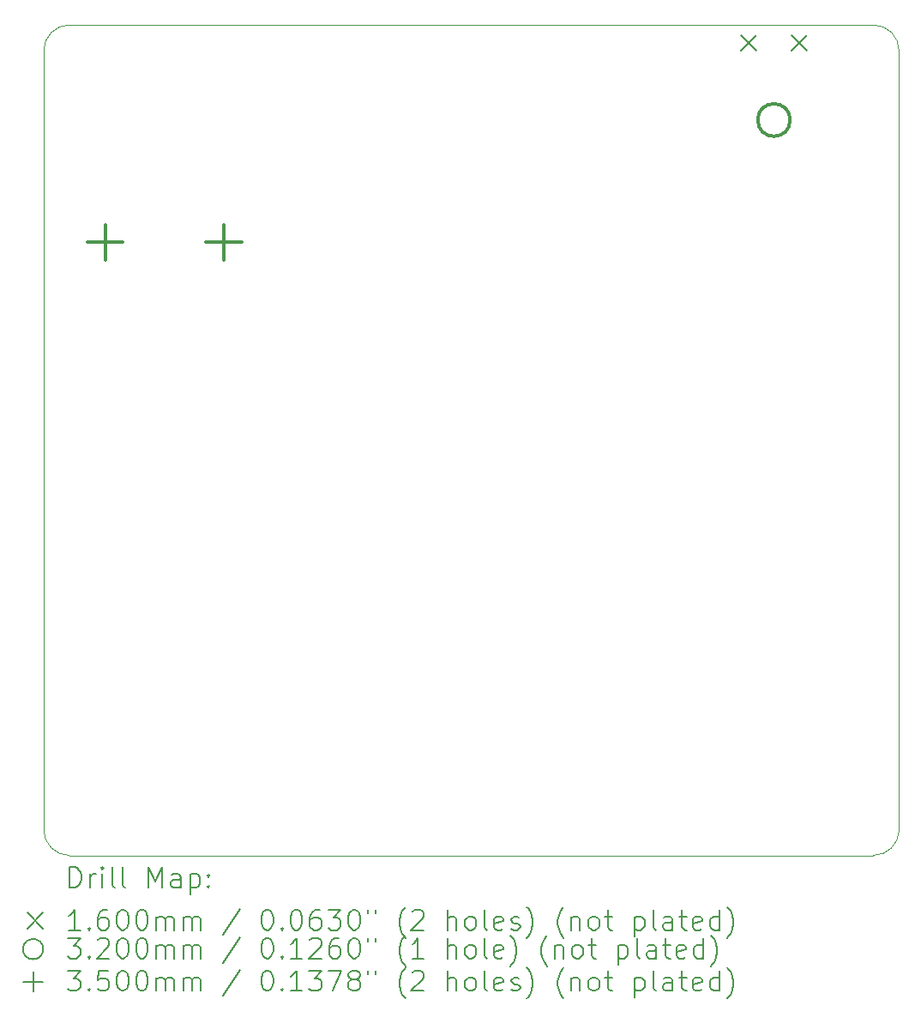
<source format=gbr>
%TF.GenerationSoftware,KiCad,Pcbnew,7.0.7-7.0.7~ubuntu22.04.1*%
%TF.CreationDate,2023-10-02T11:26:35+02:00*%
%TF.ProjectId,interrupter,696e7465-7272-4757-9074-65722e6b6963,rev?*%
%TF.SameCoordinates,Original*%
%TF.FileFunction,Drillmap*%
%TF.FilePolarity,Positive*%
%FSLAX45Y45*%
G04 Gerber Fmt 4.5, Leading zero omitted, Abs format (unit mm)*
G04 Created by KiCad (PCBNEW 7.0.7-7.0.7~ubuntu22.04.1) date 2023-10-02 11:26:35*
%MOMM*%
%LPD*%
G01*
G04 APERTURE LIST*
%ADD10C,0.100000*%
%ADD11C,0.200000*%
%ADD12C,0.160000*%
%ADD13C,0.320000*%
%ADD14C,0.350000*%
G04 APERTURE END LIST*
D10*
X10604500Y-2794000D02*
G75*
G03*
X10350500Y-2540000I-254000J0D01*
G01*
X2413000Y-2540000D02*
G75*
G03*
X2159000Y-2794000I0J-254000D01*
G01*
X2159000Y-10477500D02*
G75*
G03*
X2413000Y-10731500I254000J0D01*
G01*
X2159000Y-2794000D02*
X2159000Y-10477500D01*
X2413000Y-2540000D02*
X10350500Y-2540000D01*
X10604500Y-10486000D02*
X10604500Y-2794000D01*
X10350500Y-10731642D02*
G75*
G03*
X10604500Y-10486000I0J254142D01*
G01*
X10350500Y-10731642D02*
X2413000Y-10731500D01*
D11*
D12*
X9038600Y-2637800D02*
X9198600Y-2797800D01*
X9198600Y-2637800D02*
X9038600Y-2797800D01*
X9538600Y-2637800D02*
X9698600Y-2797800D01*
X9698600Y-2637800D02*
X9538600Y-2797800D01*
D13*
X9528600Y-3477800D02*
G75*
G03*
X9528600Y-3477800I-160000J0D01*
G01*
D14*
X2765000Y-4509000D02*
X2765000Y-4859000D01*
X2590000Y-4684000D02*
X2940000Y-4684000D01*
X3937000Y-4509000D02*
X3937000Y-4859000D01*
X3762000Y-4684000D02*
X4112000Y-4684000D01*
D11*
X2414777Y-11048126D02*
X2414777Y-10848126D01*
X2414777Y-10848126D02*
X2462396Y-10848126D01*
X2462396Y-10848126D02*
X2490967Y-10857650D01*
X2490967Y-10857650D02*
X2510015Y-10876697D01*
X2510015Y-10876697D02*
X2519539Y-10895745D01*
X2519539Y-10895745D02*
X2529063Y-10933840D01*
X2529063Y-10933840D02*
X2529063Y-10962412D01*
X2529063Y-10962412D02*
X2519539Y-11000507D01*
X2519539Y-11000507D02*
X2510015Y-11019554D01*
X2510015Y-11019554D02*
X2490967Y-11038602D01*
X2490967Y-11038602D02*
X2462396Y-11048126D01*
X2462396Y-11048126D02*
X2414777Y-11048126D01*
X2614777Y-11048126D02*
X2614777Y-10914793D01*
X2614777Y-10952888D02*
X2624301Y-10933840D01*
X2624301Y-10933840D02*
X2633824Y-10924316D01*
X2633824Y-10924316D02*
X2652872Y-10914793D01*
X2652872Y-10914793D02*
X2671920Y-10914793D01*
X2738586Y-11048126D02*
X2738586Y-10914793D01*
X2738586Y-10848126D02*
X2729063Y-10857650D01*
X2729063Y-10857650D02*
X2738586Y-10867174D01*
X2738586Y-10867174D02*
X2748110Y-10857650D01*
X2748110Y-10857650D02*
X2738586Y-10848126D01*
X2738586Y-10848126D02*
X2738586Y-10867174D01*
X2862396Y-11048126D02*
X2843348Y-11038602D01*
X2843348Y-11038602D02*
X2833824Y-11019554D01*
X2833824Y-11019554D02*
X2833824Y-10848126D01*
X2967158Y-11048126D02*
X2948110Y-11038602D01*
X2948110Y-11038602D02*
X2938586Y-11019554D01*
X2938586Y-11019554D02*
X2938586Y-10848126D01*
X3195729Y-11048126D02*
X3195729Y-10848126D01*
X3195729Y-10848126D02*
X3262396Y-10990983D01*
X3262396Y-10990983D02*
X3329062Y-10848126D01*
X3329062Y-10848126D02*
X3329062Y-11048126D01*
X3510015Y-11048126D02*
X3510015Y-10943364D01*
X3510015Y-10943364D02*
X3500491Y-10924316D01*
X3500491Y-10924316D02*
X3481443Y-10914793D01*
X3481443Y-10914793D02*
X3443348Y-10914793D01*
X3443348Y-10914793D02*
X3424301Y-10924316D01*
X3510015Y-11038602D02*
X3490967Y-11048126D01*
X3490967Y-11048126D02*
X3443348Y-11048126D01*
X3443348Y-11048126D02*
X3424301Y-11038602D01*
X3424301Y-11038602D02*
X3414777Y-11019554D01*
X3414777Y-11019554D02*
X3414777Y-11000507D01*
X3414777Y-11000507D02*
X3424301Y-10981459D01*
X3424301Y-10981459D02*
X3443348Y-10971935D01*
X3443348Y-10971935D02*
X3490967Y-10971935D01*
X3490967Y-10971935D02*
X3510015Y-10962412D01*
X3605253Y-10914793D02*
X3605253Y-11114793D01*
X3605253Y-10924316D02*
X3624301Y-10914793D01*
X3624301Y-10914793D02*
X3662396Y-10914793D01*
X3662396Y-10914793D02*
X3681443Y-10924316D01*
X3681443Y-10924316D02*
X3690967Y-10933840D01*
X3690967Y-10933840D02*
X3700491Y-10952888D01*
X3700491Y-10952888D02*
X3700491Y-11010031D01*
X3700491Y-11010031D02*
X3690967Y-11029078D01*
X3690967Y-11029078D02*
X3681443Y-11038602D01*
X3681443Y-11038602D02*
X3662396Y-11048126D01*
X3662396Y-11048126D02*
X3624301Y-11048126D01*
X3624301Y-11048126D02*
X3605253Y-11038602D01*
X3786205Y-11029078D02*
X3795729Y-11038602D01*
X3795729Y-11038602D02*
X3786205Y-11048126D01*
X3786205Y-11048126D02*
X3776682Y-11038602D01*
X3776682Y-11038602D02*
X3786205Y-11029078D01*
X3786205Y-11029078D02*
X3786205Y-11048126D01*
X3786205Y-10924316D02*
X3795729Y-10933840D01*
X3795729Y-10933840D02*
X3786205Y-10943364D01*
X3786205Y-10943364D02*
X3776682Y-10933840D01*
X3776682Y-10933840D02*
X3786205Y-10924316D01*
X3786205Y-10924316D02*
X3786205Y-10943364D01*
D12*
X1994000Y-11296642D02*
X2154000Y-11456642D01*
X2154000Y-11296642D02*
X1994000Y-11456642D01*
D11*
X2519539Y-11468126D02*
X2405253Y-11468126D01*
X2462396Y-11468126D02*
X2462396Y-11268126D01*
X2462396Y-11268126D02*
X2443348Y-11296697D01*
X2443348Y-11296697D02*
X2424301Y-11315745D01*
X2424301Y-11315745D02*
X2405253Y-11325269D01*
X2605253Y-11449078D02*
X2614777Y-11458602D01*
X2614777Y-11458602D02*
X2605253Y-11468126D01*
X2605253Y-11468126D02*
X2595729Y-11458602D01*
X2595729Y-11458602D02*
X2605253Y-11449078D01*
X2605253Y-11449078D02*
X2605253Y-11468126D01*
X2786205Y-11268126D02*
X2748110Y-11268126D01*
X2748110Y-11268126D02*
X2729063Y-11277650D01*
X2729063Y-11277650D02*
X2719539Y-11287173D01*
X2719539Y-11287173D02*
X2700491Y-11315745D01*
X2700491Y-11315745D02*
X2690967Y-11353840D01*
X2690967Y-11353840D02*
X2690967Y-11430031D01*
X2690967Y-11430031D02*
X2700491Y-11449078D01*
X2700491Y-11449078D02*
X2710015Y-11458602D01*
X2710015Y-11458602D02*
X2729063Y-11468126D01*
X2729063Y-11468126D02*
X2767158Y-11468126D01*
X2767158Y-11468126D02*
X2786205Y-11458602D01*
X2786205Y-11458602D02*
X2795729Y-11449078D01*
X2795729Y-11449078D02*
X2805253Y-11430031D01*
X2805253Y-11430031D02*
X2805253Y-11382412D01*
X2805253Y-11382412D02*
X2795729Y-11363364D01*
X2795729Y-11363364D02*
X2786205Y-11353840D01*
X2786205Y-11353840D02*
X2767158Y-11344316D01*
X2767158Y-11344316D02*
X2729063Y-11344316D01*
X2729063Y-11344316D02*
X2710015Y-11353840D01*
X2710015Y-11353840D02*
X2700491Y-11363364D01*
X2700491Y-11363364D02*
X2690967Y-11382412D01*
X2929062Y-11268126D02*
X2948110Y-11268126D01*
X2948110Y-11268126D02*
X2967158Y-11277650D01*
X2967158Y-11277650D02*
X2976682Y-11287173D01*
X2976682Y-11287173D02*
X2986205Y-11306221D01*
X2986205Y-11306221D02*
X2995729Y-11344316D01*
X2995729Y-11344316D02*
X2995729Y-11391935D01*
X2995729Y-11391935D02*
X2986205Y-11430031D01*
X2986205Y-11430031D02*
X2976682Y-11449078D01*
X2976682Y-11449078D02*
X2967158Y-11458602D01*
X2967158Y-11458602D02*
X2948110Y-11468126D01*
X2948110Y-11468126D02*
X2929062Y-11468126D01*
X2929062Y-11468126D02*
X2910015Y-11458602D01*
X2910015Y-11458602D02*
X2900491Y-11449078D01*
X2900491Y-11449078D02*
X2890967Y-11430031D01*
X2890967Y-11430031D02*
X2881443Y-11391935D01*
X2881443Y-11391935D02*
X2881443Y-11344316D01*
X2881443Y-11344316D02*
X2890967Y-11306221D01*
X2890967Y-11306221D02*
X2900491Y-11287173D01*
X2900491Y-11287173D02*
X2910015Y-11277650D01*
X2910015Y-11277650D02*
X2929062Y-11268126D01*
X3119539Y-11268126D02*
X3138586Y-11268126D01*
X3138586Y-11268126D02*
X3157634Y-11277650D01*
X3157634Y-11277650D02*
X3167158Y-11287173D01*
X3167158Y-11287173D02*
X3176682Y-11306221D01*
X3176682Y-11306221D02*
X3186205Y-11344316D01*
X3186205Y-11344316D02*
X3186205Y-11391935D01*
X3186205Y-11391935D02*
X3176682Y-11430031D01*
X3176682Y-11430031D02*
X3167158Y-11449078D01*
X3167158Y-11449078D02*
X3157634Y-11458602D01*
X3157634Y-11458602D02*
X3138586Y-11468126D01*
X3138586Y-11468126D02*
X3119539Y-11468126D01*
X3119539Y-11468126D02*
X3100491Y-11458602D01*
X3100491Y-11458602D02*
X3090967Y-11449078D01*
X3090967Y-11449078D02*
X3081443Y-11430031D01*
X3081443Y-11430031D02*
X3071920Y-11391935D01*
X3071920Y-11391935D02*
X3071920Y-11344316D01*
X3071920Y-11344316D02*
X3081443Y-11306221D01*
X3081443Y-11306221D02*
X3090967Y-11287173D01*
X3090967Y-11287173D02*
X3100491Y-11277650D01*
X3100491Y-11277650D02*
X3119539Y-11268126D01*
X3271920Y-11468126D02*
X3271920Y-11334792D01*
X3271920Y-11353840D02*
X3281443Y-11344316D01*
X3281443Y-11344316D02*
X3300491Y-11334792D01*
X3300491Y-11334792D02*
X3329063Y-11334792D01*
X3329063Y-11334792D02*
X3348110Y-11344316D01*
X3348110Y-11344316D02*
X3357634Y-11363364D01*
X3357634Y-11363364D02*
X3357634Y-11468126D01*
X3357634Y-11363364D02*
X3367158Y-11344316D01*
X3367158Y-11344316D02*
X3386205Y-11334792D01*
X3386205Y-11334792D02*
X3414777Y-11334792D01*
X3414777Y-11334792D02*
X3433824Y-11344316D01*
X3433824Y-11344316D02*
X3443348Y-11363364D01*
X3443348Y-11363364D02*
X3443348Y-11468126D01*
X3538586Y-11468126D02*
X3538586Y-11334792D01*
X3538586Y-11353840D02*
X3548110Y-11344316D01*
X3548110Y-11344316D02*
X3567158Y-11334792D01*
X3567158Y-11334792D02*
X3595729Y-11334792D01*
X3595729Y-11334792D02*
X3614777Y-11344316D01*
X3614777Y-11344316D02*
X3624301Y-11363364D01*
X3624301Y-11363364D02*
X3624301Y-11468126D01*
X3624301Y-11363364D02*
X3633824Y-11344316D01*
X3633824Y-11344316D02*
X3652872Y-11334792D01*
X3652872Y-11334792D02*
X3681443Y-11334792D01*
X3681443Y-11334792D02*
X3700491Y-11344316D01*
X3700491Y-11344316D02*
X3710015Y-11363364D01*
X3710015Y-11363364D02*
X3710015Y-11468126D01*
X4100491Y-11258602D02*
X3929063Y-11515745D01*
X4357634Y-11268126D02*
X4376682Y-11268126D01*
X4376682Y-11268126D02*
X4395729Y-11277650D01*
X4395729Y-11277650D02*
X4405253Y-11287173D01*
X4405253Y-11287173D02*
X4414777Y-11306221D01*
X4414777Y-11306221D02*
X4424301Y-11344316D01*
X4424301Y-11344316D02*
X4424301Y-11391935D01*
X4424301Y-11391935D02*
X4414777Y-11430031D01*
X4414777Y-11430031D02*
X4405253Y-11449078D01*
X4405253Y-11449078D02*
X4395729Y-11458602D01*
X4395729Y-11458602D02*
X4376682Y-11468126D01*
X4376682Y-11468126D02*
X4357634Y-11468126D01*
X4357634Y-11468126D02*
X4338587Y-11458602D01*
X4338587Y-11458602D02*
X4329063Y-11449078D01*
X4329063Y-11449078D02*
X4319539Y-11430031D01*
X4319539Y-11430031D02*
X4310015Y-11391935D01*
X4310015Y-11391935D02*
X4310015Y-11344316D01*
X4310015Y-11344316D02*
X4319539Y-11306221D01*
X4319539Y-11306221D02*
X4329063Y-11287173D01*
X4329063Y-11287173D02*
X4338587Y-11277650D01*
X4338587Y-11277650D02*
X4357634Y-11268126D01*
X4510015Y-11449078D02*
X4519539Y-11458602D01*
X4519539Y-11458602D02*
X4510015Y-11468126D01*
X4510015Y-11468126D02*
X4500491Y-11458602D01*
X4500491Y-11458602D02*
X4510015Y-11449078D01*
X4510015Y-11449078D02*
X4510015Y-11468126D01*
X4643348Y-11268126D02*
X4662396Y-11268126D01*
X4662396Y-11268126D02*
X4681444Y-11277650D01*
X4681444Y-11277650D02*
X4690968Y-11287173D01*
X4690968Y-11287173D02*
X4700491Y-11306221D01*
X4700491Y-11306221D02*
X4710015Y-11344316D01*
X4710015Y-11344316D02*
X4710015Y-11391935D01*
X4710015Y-11391935D02*
X4700491Y-11430031D01*
X4700491Y-11430031D02*
X4690968Y-11449078D01*
X4690968Y-11449078D02*
X4681444Y-11458602D01*
X4681444Y-11458602D02*
X4662396Y-11468126D01*
X4662396Y-11468126D02*
X4643348Y-11468126D01*
X4643348Y-11468126D02*
X4624301Y-11458602D01*
X4624301Y-11458602D02*
X4614777Y-11449078D01*
X4614777Y-11449078D02*
X4605253Y-11430031D01*
X4605253Y-11430031D02*
X4595729Y-11391935D01*
X4595729Y-11391935D02*
X4595729Y-11344316D01*
X4595729Y-11344316D02*
X4605253Y-11306221D01*
X4605253Y-11306221D02*
X4614777Y-11287173D01*
X4614777Y-11287173D02*
X4624301Y-11277650D01*
X4624301Y-11277650D02*
X4643348Y-11268126D01*
X4881444Y-11268126D02*
X4843348Y-11268126D01*
X4843348Y-11268126D02*
X4824301Y-11277650D01*
X4824301Y-11277650D02*
X4814777Y-11287173D01*
X4814777Y-11287173D02*
X4795729Y-11315745D01*
X4795729Y-11315745D02*
X4786206Y-11353840D01*
X4786206Y-11353840D02*
X4786206Y-11430031D01*
X4786206Y-11430031D02*
X4795729Y-11449078D01*
X4795729Y-11449078D02*
X4805253Y-11458602D01*
X4805253Y-11458602D02*
X4824301Y-11468126D01*
X4824301Y-11468126D02*
X4862396Y-11468126D01*
X4862396Y-11468126D02*
X4881444Y-11458602D01*
X4881444Y-11458602D02*
X4890968Y-11449078D01*
X4890968Y-11449078D02*
X4900491Y-11430031D01*
X4900491Y-11430031D02*
X4900491Y-11382412D01*
X4900491Y-11382412D02*
X4890968Y-11363364D01*
X4890968Y-11363364D02*
X4881444Y-11353840D01*
X4881444Y-11353840D02*
X4862396Y-11344316D01*
X4862396Y-11344316D02*
X4824301Y-11344316D01*
X4824301Y-11344316D02*
X4805253Y-11353840D01*
X4805253Y-11353840D02*
X4795729Y-11363364D01*
X4795729Y-11363364D02*
X4786206Y-11382412D01*
X4967158Y-11268126D02*
X5090968Y-11268126D01*
X5090968Y-11268126D02*
X5024301Y-11344316D01*
X5024301Y-11344316D02*
X5052872Y-11344316D01*
X5052872Y-11344316D02*
X5071920Y-11353840D01*
X5071920Y-11353840D02*
X5081444Y-11363364D01*
X5081444Y-11363364D02*
X5090968Y-11382412D01*
X5090968Y-11382412D02*
X5090968Y-11430031D01*
X5090968Y-11430031D02*
X5081444Y-11449078D01*
X5081444Y-11449078D02*
X5071920Y-11458602D01*
X5071920Y-11458602D02*
X5052872Y-11468126D01*
X5052872Y-11468126D02*
X4995729Y-11468126D01*
X4995729Y-11468126D02*
X4976682Y-11458602D01*
X4976682Y-11458602D02*
X4967158Y-11449078D01*
X5214777Y-11268126D02*
X5233825Y-11268126D01*
X5233825Y-11268126D02*
X5252872Y-11277650D01*
X5252872Y-11277650D02*
X5262396Y-11287173D01*
X5262396Y-11287173D02*
X5271920Y-11306221D01*
X5271920Y-11306221D02*
X5281444Y-11344316D01*
X5281444Y-11344316D02*
X5281444Y-11391935D01*
X5281444Y-11391935D02*
X5271920Y-11430031D01*
X5271920Y-11430031D02*
X5262396Y-11449078D01*
X5262396Y-11449078D02*
X5252872Y-11458602D01*
X5252872Y-11458602D02*
X5233825Y-11468126D01*
X5233825Y-11468126D02*
X5214777Y-11468126D01*
X5214777Y-11468126D02*
X5195729Y-11458602D01*
X5195729Y-11458602D02*
X5186206Y-11449078D01*
X5186206Y-11449078D02*
X5176682Y-11430031D01*
X5176682Y-11430031D02*
X5167158Y-11391935D01*
X5167158Y-11391935D02*
X5167158Y-11344316D01*
X5167158Y-11344316D02*
X5176682Y-11306221D01*
X5176682Y-11306221D02*
X5186206Y-11287173D01*
X5186206Y-11287173D02*
X5195729Y-11277650D01*
X5195729Y-11277650D02*
X5214777Y-11268126D01*
X5357634Y-11268126D02*
X5357634Y-11306221D01*
X5433825Y-11268126D02*
X5433825Y-11306221D01*
X5729063Y-11544316D02*
X5719539Y-11534792D01*
X5719539Y-11534792D02*
X5700491Y-11506221D01*
X5700491Y-11506221D02*
X5690968Y-11487173D01*
X5690968Y-11487173D02*
X5681444Y-11458602D01*
X5681444Y-11458602D02*
X5671920Y-11410983D01*
X5671920Y-11410983D02*
X5671920Y-11372888D01*
X5671920Y-11372888D02*
X5681444Y-11325269D01*
X5681444Y-11325269D02*
X5690968Y-11296697D01*
X5690968Y-11296697D02*
X5700491Y-11277650D01*
X5700491Y-11277650D02*
X5719539Y-11249078D01*
X5719539Y-11249078D02*
X5729063Y-11239554D01*
X5795729Y-11287173D02*
X5805253Y-11277650D01*
X5805253Y-11277650D02*
X5824301Y-11268126D01*
X5824301Y-11268126D02*
X5871920Y-11268126D01*
X5871920Y-11268126D02*
X5890968Y-11277650D01*
X5890968Y-11277650D02*
X5900491Y-11287173D01*
X5900491Y-11287173D02*
X5910015Y-11306221D01*
X5910015Y-11306221D02*
X5910015Y-11325269D01*
X5910015Y-11325269D02*
X5900491Y-11353840D01*
X5900491Y-11353840D02*
X5786206Y-11468126D01*
X5786206Y-11468126D02*
X5910015Y-11468126D01*
X6148110Y-11468126D02*
X6148110Y-11268126D01*
X6233825Y-11468126D02*
X6233825Y-11363364D01*
X6233825Y-11363364D02*
X6224301Y-11344316D01*
X6224301Y-11344316D02*
X6205253Y-11334792D01*
X6205253Y-11334792D02*
X6176682Y-11334792D01*
X6176682Y-11334792D02*
X6157634Y-11344316D01*
X6157634Y-11344316D02*
X6148110Y-11353840D01*
X6357634Y-11468126D02*
X6338587Y-11458602D01*
X6338587Y-11458602D02*
X6329063Y-11449078D01*
X6329063Y-11449078D02*
X6319539Y-11430031D01*
X6319539Y-11430031D02*
X6319539Y-11372888D01*
X6319539Y-11372888D02*
X6329063Y-11353840D01*
X6329063Y-11353840D02*
X6338587Y-11344316D01*
X6338587Y-11344316D02*
X6357634Y-11334792D01*
X6357634Y-11334792D02*
X6386206Y-11334792D01*
X6386206Y-11334792D02*
X6405253Y-11344316D01*
X6405253Y-11344316D02*
X6414777Y-11353840D01*
X6414777Y-11353840D02*
X6424301Y-11372888D01*
X6424301Y-11372888D02*
X6424301Y-11430031D01*
X6424301Y-11430031D02*
X6414777Y-11449078D01*
X6414777Y-11449078D02*
X6405253Y-11458602D01*
X6405253Y-11458602D02*
X6386206Y-11468126D01*
X6386206Y-11468126D02*
X6357634Y-11468126D01*
X6538587Y-11468126D02*
X6519539Y-11458602D01*
X6519539Y-11458602D02*
X6510015Y-11439554D01*
X6510015Y-11439554D02*
X6510015Y-11268126D01*
X6690968Y-11458602D02*
X6671920Y-11468126D01*
X6671920Y-11468126D02*
X6633825Y-11468126D01*
X6633825Y-11468126D02*
X6614777Y-11458602D01*
X6614777Y-11458602D02*
X6605253Y-11439554D01*
X6605253Y-11439554D02*
X6605253Y-11363364D01*
X6605253Y-11363364D02*
X6614777Y-11344316D01*
X6614777Y-11344316D02*
X6633825Y-11334792D01*
X6633825Y-11334792D02*
X6671920Y-11334792D01*
X6671920Y-11334792D02*
X6690968Y-11344316D01*
X6690968Y-11344316D02*
X6700491Y-11363364D01*
X6700491Y-11363364D02*
X6700491Y-11382412D01*
X6700491Y-11382412D02*
X6605253Y-11401459D01*
X6776682Y-11458602D02*
X6795730Y-11468126D01*
X6795730Y-11468126D02*
X6833825Y-11468126D01*
X6833825Y-11468126D02*
X6852872Y-11458602D01*
X6852872Y-11458602D02*
X6862396Y-11439554D01*
X6862396Y-11439554D02*
X6862396Y-11430031D01*
X6862396Y-11430031D02*
X6852872Y-11410983D01*
X6852872Y-11410983D02*
X6833825Y-11401459D01*
X6833825Y-11401459D02*
X6805253Y-11401459D01*
X6805253Y-11401459D02*
X6786206Y-11391935D01*
X6786206Y-11391935D02*
X6776682Y-11372888D01*
X6776682Y-11372888D02*
X6776682Y-11363364D01*
X6776682Y-11363364D02*
X6786206Y-11344316D01*
X6786206Y-11344316D02*
X6805253Y-11334792D01*
X6805253Y-11334792D02*
X6833825Y-11334792D01*
X6833825Y-11334792D02*
X6852872Y-11344316D01*
X6929063Y-11544316D02*
X6938587Y-11534792D01*
X6938587Y-11534792D02*
X6957634Y-11506221D01*
X6957634Y-11506221D02*
X6967158Y-11487173D01*
X6967158Y-11487173D02*
X6976682Y-11458602D01*
X6976682Y-11458602D02*
X6986206Y-11410983D01*
X6986206Y-11410983D02*
X6986206Y-11372888D01*
X6986206Y-11372888D02*
X6976682Y-11325269D01*
X6976682Y-11325269D02*
X6967158Y-11296697D01*
X6967158Y-11296697D02*
X6957634Y-11277650D01*
X6957634Y-11277650D02*
X6938587Y-11249078D01*
X6938587Y-11249078D02*
X6929063Y-11239554D01*
X7290968Y-11544316D02*
X7281444Y-11534792D01*
X7281444Y-11534792D02*
X7262396Y-11506221D01*
X7262396Y-11506221D02*
X7252872Y-11487173D01*
X7252872Y-11487173D02*
X7243349Y-11458602D01*
X7243349Y-11458602D02*
X7233825Y-11410983D01*
X7233825Y-11410983D02*
X7233825Y-11372888D01*
X7233825Y-11372888D02*
X7243349Y-11325269D01*
X7243349Y-11325269D02*
X7252872Y-11296697D01*
X7252872Y-11296697D02*
X7262396Y-11277650D01*
X7262396Y-11277650D02*
X7281444Y-11249078D01*
X7281444Y-11249078D02*
X7290968Y-11239554D01*
X7367158Y-11334792D02*
X7367158Y-11468126D01*
X7367158Y-11353840D02*
X7376682Y-11344316D01*
X7376682Y-11344316D02*
X7395730Y-11334792D01*
X7395730Y-11334792D02*
X7424301Y-11334792D01*
X7424301Y-11334792D02*
X7443349Y-11344316D01*
X7443349Y-11344316D02*
X7452872Y-11363364D01*
X7452872Y-11363364D02*
X7452872Y-11468126D01*
X7576682Y-11468126D02*
X7557634Y-11458602D01*
X7557634Y-11458602D02*
X7548111Y-11449078D01*
X7548111Y-11449078D02*
X7538587Y-11430031D01*
X7538587Y-11430031D02*
X7538587Y-11372888D01*
X7538587Y-11372888D02*
X7548111Y-11353840D01*
X7548111Y-11353840D02*
X7557634Y-11344316D01*
X7557634Y-11344316D02*
X7576682Y-11334792D01*
X7576682Y-11334792D02*
X7605253Y-11334792D01*
X7605253Y-11334792D02*
X7624301Y-11344316D01*
X7624301Y-11344316D02*
X7633825Y-11353840D01*
X7633825Y-11353840D02*
X7643349Y-11372888D01*
X7643349Y-11372888D02*
X7643349Y-11430031D01*
X7643349Y-11430031D02*
X7633825Y-11449078D01*
X7633825Y-11449078D02*
X7624301Y-11458602D01*
X7624301Y-11458602D02*
X7605253Y-11468126D01*
X7605253Y-11468126D02*
X7576682Y-11468126D01*
X7700492Y-11334792D02*
X7776682Y-11334792D01*
X7729063Y-11268126D02*
X7729063Y-11439554D01*
X7729063Y-11439554D02*
X7738587Y-11458602D01*
X7738587Y-11458602D02*
X7757634Y-11468126D01*
X7757634Y-11468126D02*
X7776682Y-11468126D01*
X7995730Y-11334792D02*
X7995730Y-11534792D01*
X7995730Y-11344316D02*
X8014777Y-11334792D01*
X8014777Y-11334792D02*
X8052873Y-11334792D01*
X8052873Y-11334792D02*
X8071920Y-11344316D01*
X8071920Y-11344316D02*
X8081444Y-11353840D01*
X8081444Y-11353840D02*
X8090968Y-11372888D01*
X8090968Y-11372888D02*
X8090968Y-11430031D01*
X8090968Y-11430031D02*
X8081444Y-11449078D01*
X8081444Y-11449078D02*
X8071920Y-11458602D01*
X8071920Y-11458602D02*
X8052873Y-11468126D01*
X8052873Y-11468126D02*
X8014777Y-11468126D01*
X8014777Y-11468126D02*
X7995730Y-11458602D01*
X8205253Y-11468126D02*
X8186206Y-11458602D01*
X8186206Y-11458602D02*
X8176682Y-11439554D01*
X8176682Y-11439554D02*
X8176682Y-11268126D01*
X8367158Y-11468126D02*
X8367158Y-11363364D01*
X8367158Y-11363364D02*
X8357634Y-11344316D01*
X8357634Y-11344316D02*
X8338587Y-11334792D01*
X8338587Y-11334792D02*
X8300492Y-11334792D01*
X8300492Y-11334792D02*
X8281444Y-11344316D01*
X8367158Y-11458602D02*
X8348111Y-11468126D01*
X8348111Y-11468126D02*
X8300492Y-11468126D01*
X8300492Y-11468126D02*
X8281444Y-11458602D01*
X8281444Y-11458602D02*
X8271920Y-11439554D01*
X8271920Y-11439554D02*
X8271920Y-11420507D01*
X8271920Y-11420507D02*
X8281444Y-11401459D01*
X8281444Y-11401459D02*
X8300492Y-11391935D01*
X8300492Y-11391935D02*
X8348111Y-11391935D01*
X8348111Y-11391935D02*
X8367158Y-11382412D01*
X8433825Y-11334792D02*
X8510015Y-11334792D01*
X8462396Y-11268126D02*
X8462396Y-11439554D01*
X8462396Y-11439554D02*
X8471920Y-11458602D01*
X8471920Y-11458602D02*
X8490968Y-11468126D01*
X8490968Y-11468126D02*
X8510015Y-11468126D01*
X8652873Y-11458602D02*
X8633825Y-11468126D01*
X8633825Y-11468126D02*
X8595730Y-11468126D01*
X8595730Y-11468126D02*
X8576682Y-11458602D01*
X8576682Y-11458602D02*
X8567158Y-11439554D01*
X8567158Y-11439554D02*
X8567158Y-11363364D01*
X8567158Y-11363364D02*
X8576682Y-11344316D01*
X8576682Y-11344316D02*
X8595730Y-11334792D01*
X8595730Y-11334792D02*
X8633825Y-11334792D01*
X8633825Y-11334792D02*
X8652873Y-11344316D01*
X8652873Y-11344316D02*
X8662396Y-11363364D01*
X8662396Y-11363364D02*
X8662396Y-11382412D01*
X8662396Y-11382412D02*
X8567158Y-11401459D01*
X8833825Y-11468126D02*
X8833825Y-11268126D01*
X8833825Y-11458602D02*
X8814777Y-11468126D01*
X8814777Y-11468126D02*
X8776682Y-11468126D01*
X8776682Y-11468126D02*
X8757635Y-11458602D01*
X8757635Y-11458602D02*
X8748111Y-11449078D01*
X8748111Y-11449078D02*
X8738587Y-11430031D01*
X8738587Y-11430031D02*
X8738587Y-11372888D01*
X8738587Y-11372888D02*
X8748111Y-11353840D01*
X8748111Y-11353840D02*
X8757635Y-11344316D01*
X8757635Y-11344316D02*
X8776682Y-11334792D01*
X8776682Y-11334792D02*
X8814777Y-11334792D01*
X8814777Y-11334792D02*
X8833825Y-11344316D01*
X8910016Y-11544316D02*
X8919539Y-11534792D01*
X8919539Y-11534792D02*
X8938587Y-11506221D01*
X8938587Y-11506221D02*
X8948111Y-11487173D01*
X8948111Y-11487173D02*
X8957635Y-11458602D01*
X8957635Y-11458602D02*
X8967158Y-11410983D01*
X8967158Y-11410983D02*
X8967158Y-11372888D01*
X8967158Y-11372888D02*
X8957635Y-11325269D01*
X8957635Y-11325269D02*
X8948111Y-11296697D01*
X8948111Y-11296697D02*
X8938587Y-11277650D01*
X8938587Y-11277650D02*
X8919539Y-11249078D01*
X8919539Y-11249078D02*
X8910016Y-11239554D01*
X2154000Y-11656642D02*
G75*
G03*
X2154000Y-11656642I-100000J0D01*
G01*
X2395729Y-11548126D02*
X2519539Y-11548126D01*
X2519539Y-11548126D02*
X2452872Y-11624316D01*
X2452872Y-11624316D02*
X2481444Y-11624316D01*
X2481444Y-11624316D02*
X2500491Y-11633840D01*
X2500491Y-11633840D02*
X2510015Y-11643364D01*
X2510015Y-11643364D02*
X2519539Y-11662412D01*
X2519539Y-11662412D02*
X2519539Y-11710031D01*
X2519539Y-11710031D02*
X2510015Y-11729078D01*
X2510015Y-11729078D02*
X2500491Y-11738602D01*
X2500491Y-11738602D02*
X2481444Y-11748126D01*
X2481444Y-11748126D02*
X2424301Y-11748126D01*
X2424301Y-11748126D02*
X2405253Y-11738602D01*
X2405253Y-11738602D02*
X2395729Y-11729078D01*
X2605253Y-11729078D02*
X2614777Y-11738602D01*
X2614777Y-11738602D02*
X2605253Y-11748126D01*
X2605253Y-11748126D02*
X2595729Y-11738602D01*
X2595729Y-11738602D02*
X2605253Y-11729078D01*
X2605253Y-11729078D02*
X2605253Y-11748126D01*
X2690967Y-11567173D02*
X2700491Y-11557650D01*
X2700491Y-11557650D02*
X2719539Y-11548126D01*
X2719539Y-11548126D02*
X2767158Y-11548126D01*
X2767158Y-11548126D02*
X2786205Y-11557650D01*
X2786205Y-11557650D02*
X2795729Y-11567173D01*
X2795729Y-11567173D02*
X2805253Y-11586221D01*
X2805253Y-11586221D02*
X2805253Y-11605269D01*
X2805253Y-11605269D02*
X2795729Y-11633840D01*
X2795729Y-11633840D02*
X2681444Y-11748126D01*
X2681444Y-11748126D02*
X2805253Y-11748126D01*
X2929062Y-11548126D02*
X2948110Y-11548126D01*
X2948110Y-11548126D02*
X2967158Y-11557650D01*
X2967158Y-11557650D02*
X2976682Y-11567173D01*
X2976682Y-11567173D02*
X2986205Y-11586221D01*
X2986205Y-11586221D02*
X2995729Y-11624316D01*
X2995729Y-11624316D02*
X2995729Y-11671935D01*
X2995729Y-11671935D02*
X2986205Y-11710031D01*
X2986205Y-11710031D02*
X2976682Y-11729078D01*
X2976682Y-11729078D02*
X2967158Y-11738602D01*
X2967158Y-11738602D02*
X2948110Y-11748126D01*
X2948110Y-11748126D02*
X2929062Y-11748126D01*
X2929062Y-11748126D02*
X2910015Y-11738602D01*
X2910015Y-11738602D02*
X2900491Y-11729078D01*
X2900491Y-11729078D02*
X2890967Y-11710031D01*
X2890967Y-11710031D02*
X2881443Y-11671935D01*
X2881443Y-11671935D02*
X2881443Y-11624316D01*
X2881443Y-11624316D02*
X2890967Y-11586221D01*
X2890967Y-11586221D02*
X2900491Y-11567173D01*
X2900491Y-11567173D02*
X2910015Y-11557650D01*
X2910015Y-11557650D02*
X2929062Y-11548126D01*
X3119539Y-11548126D02*
X3138586Y-11548126D01*
X3138586Y-11548126D02*
X3157634Y-11557650D01*
X3157634Y-11557650D02*
X3167158Y-11567173D01*
X3167158Y-11567173D02*
X3176682Y-11586221D01*
X3176682Y-11586221D02*
X3186205Y-11624316D01*
X3186205Y-11624316D02*
X3186205Y-11671935D01*
X3186205Y-11671935D02*
X3176682Y-11710031D01*
X3176682Y-11710031D02*
X3167158Y-11729078D01*
X3167158Y-11729078D02*
X3157634Y-11738602D01*
X3157634Y-11738602D02*
X3138586Y-11748126D01*
X3138586Y-11748126D02*
X3119539Y-11748126D01*
X3119539Y-11748126D02*
X3100491Y-11738602D01*
X3100491Y-11738602D02*
X3090967Y-11729078D01*
X3090967Y-11729078D02*
X3081443Y-11710031D01*
X3081443Y-11710031D02*
X3071920Y-11671935D01*
X3071920Y-11671935D02*
X3071920Y-11624316D01*
X3071920Y-11624316D02*
X3081443Y-11586221D01*
X3081443Y-11586221D02*
X3090967Y-11567173D01*
X3090967Y-11567173D02*
X3100491Y-11557650D01*
X3100491Y-11557650D02*
X3119539Y-11548126D01*
X3271920Y-11748126D02*
X3271920Y-11614792D01*
X3271920Y-11633840D02*
X3281443Y-11624316D01*
X3281443Y-11624316D02*
X3300491Y-11614792D01*
X3300491Y-11614792D02*
X3329063Y-11614792D01*
X3329063Y-11614792D02*
X3348110Y-11624316D01*
X3348110Y-11624316D02*
X3357634Y-11643364D01*
X3357634Y-11643364D02*
X3357634Y-11748126D01*
X3357634Y-11643364D02*
X3367158Y-11624316D01*
X3367158Y-11624316D02*
X3386205Y-11614792D01*
X3386205Y-11614792D02*
X3414777Y-11614792D01*
X3414777Y-11614792D02*
X3433824Y-11624316D01*
X3433824Y-11624316D02*
X3443348Y-11643364D01*
X3443348Y-11643364D02*
X3443348Y-11748126D01*
X3538586Y-11748126D02*
X3538586Y-11614792D01*
X3538586Y-11633840D02*
X3548110Y-11624316D01*
X3548110Y-11624316D02*
X3567158Y-11614792D01*
X3567158Y-11614792D02*
X3595729Y-11614792D01*
X3595729Y-11614792D02*
X3614777Y-11624316D01*
X3614777Y-11624316D02*
X3624301Y-11643364D01*
X3624301Y-11643364D02*
X3624301Y-11748126D01*
X3624301Y-11643364D02*
X3633824Y-11624316D01*
X3633824Y-11624316D02*
X3652872Y-11614792D01*
X3652872Y-11614792D02*
X3681443Y-11614792D01*
X3681443Y-11614792D02*
X3700491Y-11624316D01*
X3700491Y-11624316D02*
X3710015Y-11643364D01*
X3710015Y-11643364D02*
X3710015Y-11748126D01*
X4100491Y-11538602D02*
X3929063Y-11795745D01*
X4357634Y-11548126D02*
X4376682Y-11548126D01*
X4376682Y-11548126D02*
X4395729Y-11557650D01*
X4395729Y-11557650D02*
X4405253Y-11567173D01*
X4405253Y-11567173D02*
X4414777Y-11586221D01*
X4414777Y-11586221D02*
X4424301Y-11624316D01*
X4424301Y-11624316D02*
X4424301Y-11671935D01*
X4424301Y-11671935D02*
X4414777Y-11710031D01*
X4414777Y-11710031D02*
X4405253Y-11729078D01*
X4405253Y-11729078D02*
X4395729Y-11738602D01*
X4395729Y-11738602D02*
X4376682Y-11748126D01*
X4376682Y-11748126D02*
X4357634Y-11748126D01*
X4357634Y-11748126D02*
X4338587Y-11738602D01*
X4338587Y-11738602D02*
X4329063Y-11729078D01*
X4329063Y-11729078D02*
X4319539Y-11710031D01*
X4319539Y-11710031D02*
X4310015Y-11671935D01*
X4310015Y-11671935D02*
X4310015Y-11624316D01*
X4310015Y-11624316D02*
X4319539Y-11586221D01*
X4319539Y-11586221D02*
X4329063Y-11567173D01*
X4329063Y-11567173D02*
X4338587Y-11557650D01*
X4338587Y-11557650D02*
X4357634Y-11548126D01*
X4510015Y-11729078D02*
X4519539Y-11738602D01*
X4519539Y-11738602D02*
X4510015Y-11748126D01*
X4510015Y-11748126D02*
X4500491Y-11738602D01*
X4500491Y-11738602D02*
X4510015Y-11729078D01*
X4510015Y-11729078D02*
X4510015Y-11748126D01*
X4710015Y-11748126D02*
X4595729Y-11748126D01*
X4652872Y-11748126D02*
X4652872Y-11548126D01*
X4652872Y-11548126D02*
X4633825Y-11576697D01*
X4633825Y-11576697D02*
X4614777Y-11595745D01*
X4614777Y-11595745D02*
X4595729Y-11605269D01*
X4786206Y-11567173D02*
X4795729Y-11557650D01*
X4795729Y-11557650D02*
X4814777Y-11548126D01*
X4814777Y-11548126D02*
X4862396Y-11548126D01*
X4862396Y-11548126D02*
X4881444Y-11557650D01*
X4881444Y-11557650D02*
X4890968Y-11567173D01*
X4890968Y-11567173D02*
X4900491Y-11586221D01*
X4900491Y-11586221D02*
X4900491Y-11605269D01*
X4900491Y-11605269D02*
X4890968Y-11633840D01*
X4890968Y-11633840D02*
X4776682Y-11748126D01*
X4776682Y-11748126D02*
X4900491Y-11748126D01*
X5071920Y-11548126D02*
X5033825Y-11548126D01*
X5033825Y-11548126D02*
X5014777Y-11557650D01*
X5014777Y-11557650D02*
X5005253Y-11567173D01*
X5005253Y-11567173D02*
X4986206Y-11595745D01*
X4986206Y-11595745D02*
X4976682Y-11633840D01*
X4976682Y-11633840D02*
X4976682Y-11710031D01*
X4976682Y-11710031D02*
X4986206Y-11729078D01*
X4986206Y-11729078D02*
X4995729Y-11738602D01*
X4995729Y-11738602D02*
X5014777Y-11748126D01*
X5014777Y-11748126D02*
X5052872Y-11748126D01*
X5052872Y-11748126D02*
X5071920Y-11738602D01*
X5071920Y-11738602D02*
X5081444Y-11729078D01*
X5081444Y-11729078D02*
X5090968Y-11710031D01*
X5090968Y-11710031D02*
X5090968Y-11662412D01*
X5090968Y-11662412D02*
X5081444Y-11643364D01*
X5081444Y-11643364D02*
X5071920Y-11633840D01*
X5071920Y-11633840D02*
X5052872Y-11624316D01*
X5052872Y-11624316D02*
X5014777Y-11624316D01*
X5014777Y-11624316D02*
X4995729Y-11633840D01*
X4995729Y-11633840D02*
X4986206Y-11643364D01*
X4986206Y-11643364D02*
X4976682Y-11662412D01*
X5214777Y-11548126D02*
X5233825Y-11548126D01*
X5233825Y-11548126D02*
X5252872Y-11557650D01*
X5252872Y-11557650D02*
X5262396Y-11567173D01*
X5262396Y-11567173D02*
X5271920Y-11586221D01*
X5271920Y-11586221D02*
X5281444Y-11624316D01*
X5281444Y-11624316D02*
X5281444Y-11671935D01*
X5281444Y-11671935D02*
X5271920Y-11710031D01*
X5271920Y-11710031D02*
X5262396Y-11729078D01*
X5262396Y-11729078D02*
X5252872Y-11738602D01*
X5252872Y-11738602D02*
X5233825Y-11748126D01*
X5233825Y-11748126D02*
X5214777Y-11748126D01*
X5214777Y-11748126D02*
X5195729Y-11738602D01*
X5195729Y-11738602D02*
X5186206Y-11729078D01*
X5186206Y-11729078D02*
X5176682Y-11710031D01*
X5176682Y-11710031D02*
X5167158Y-11671935D01*
X5167158Y-11671935D02*
X5167158Y-11624316D01*
X5167158Y-11624316D02*
X5176682Y-11586221D01*
X5176682Y-11586221D02*
X5186206Y-11567173D01*
X5186206Y-11567173D02*
X5195729Y-11557650D01*
X5195729Y-11557650D02*
X5214777Y-11548126D01*
X5357634Y-11548126D02*
X5357634Y-11586221D01*
X5433825Y-11548126D02*
X5433825Y-11586221D01*
X5729063Y-11824316D02*
X5719539Y-11814792D01*
X5719539Y-11814792D02*
X5700491Y-11786221D01*
X5700491Y-11786221D02*
X5690968Y-11767173D01*
X5690968Y-11767173D02*
X5681444Y-11738602D01*
X5681444Y-11738602D02*
X5671920Y-11690983D01*
X5671920Y-11690983D02*
X5671920Y-11652888D01*
X5671920Y-11652888D02*
X5681444Y-11605269D01*
X5681444Y-11605269D02*
X5690968Y-11576697D01*
X5690968Y-11576697D02*
X5700491Y-11557650D01*
X5700491Y-11557650D02*
X5719539Y-11529078D01*
X5719539Y-11529078D02*
X5729063Y-11519554D01*
X5910015Y-11748126D02*
X5795729Y-11748126D01*
X5852872Y-11748126D02*
X5852872Y-11548126D01*
X5852872Y-11548126D02*
X5833825Y-11576697D01*
X5833825Y-11576697D02*
X5814777Y-11595745D01*
X5814777Y-11595745D02*
X5795729Y-11605269D01*
X6148110Y-11748126D02*
X6148110Y-11548126D01*
X6233825Y-11748126D02*
X6233825Y-11643364D01*
X6233825Y-11643364D02*
X6224301Y-11624316D01*
X6224301Y-11624316D02*
X6205253Y-11614792D01*
X6205253Y-11614792D02*
X6176682Y-11614792D01*
X6176682Y-11614792D02*
X6157634Y-11624316D01*
X6157634Y-11624316D02*
X6148110Y-11633840D01*
X6357634Y-11748126D02*
X6338587Y-11738602D01*
X6338587Y-11738602D02*
X6329063Y-11729078D01*
X6329063Y-11729078D02*
X6319539Y-11710031D01*
X6319539Y-11710031D02*
X6319539Y-11652888D01*
X6319539Y-11652888D02*
X6329063Y-11633840D01*
X6329063Y-11633840D02*
X6338587Y-11624316D01*
X6338587Y-11624316D02*
X6357634Y-11614792D01*
X6357634Y-11614792D02*
X6386206Y-11614792D01*
X6386206Y-11614792D02*
X6405253Y-11624316D01*
X6405253Y-11624316D02*
X6414777Y-11633840D01*
X6414777Y-11633840D02*
X6424301Y-11652888D01*
X6424301Y-11652888D02*
X6424301Y-11710031D01*
X6424301Y-11710031D02*
X6414777Y-11729078D01*
X6414777Y-11729078D02*
X6405253Y-11738602D01*
X6405253Y-11738602D02*
X6386206Y-11748126D01*
X6386206Y-11748126D02*
X6357634Y-11748126D01*
X6538587Y-11748126D02*
X6519539Y-11738602D01*
X6519539Y-11738602D02*
X6510015Y-11719554D01*
X6510015Y-11719554D02*
X6510015Y-11548126D01*
X6690968Y-11738602D02*
X6671920Y-11748126D01*
X6671920Y-11748126D02*
X6633825Y-11748126D01*
X6633825Y-11748126D02*
X6614777Y-11738602D01*
X6614777Y-11738602D02*
X6605253Y-11719554D01*
X6605253Y-11719554D02*
X6605253Y-11643364D01*
X6605253Y-11643364D02*
X6614777Y-11624316D01*
X6614777Y-11624316D02*
X6633825Y-11614792D01*
X6633825Y-11614792D02*
X6671920Y-11614792D01*
X6671920Y-11614792D02*
X6690968Y-11624316D01*
X6690968Y-11624316D02*
X6700491Y-11643364D01*
X6700491Y-11643364D02*
X6700491Y-11662412D01*
X6700491Y-11662412D02*
X6605253Y-11681459D01*
X6767158Y-11824316D02*
X6776682Y-11814792D01*
X6776682Y-11814792D02*
X6795730Y-11786221D01*
X6795730Y-11786221D02*
X6805253Y-11767173D01*
X6805253Y-11767173D02*
X6814777Y-11738602D01*
X6814777Y-11738602D02*
X6824301Y-11690983D01*
X6824301Y-11690983D02*
X6824301Y-11652888D01*
X6824301Y-11652888D02*
X6814777Y-11605269D01*
X6814777Y-11605269D02*
X6805253Y-11576697D01*
X6805253Y-11576697D02*
X6795730Y-11557650D01*
X6795730Y-11557650D02*
X6776682Y-11529078D01*
X6776682Y-11529078D02*
X6767158Y-11519554D01*
X7129063Y-11824316D02*
X7119539Y-11814792D01*
X7119539Y-11814792D02*
X7100491Y-11786221D01*
X7100491Y-11786221D02*
X7090968Y-11767173D01*
X7090968Y-11767173D02*
X7081444Y-11738602D01*
X7081444Y-11738602D02*
X7071920Y-11690983D01*
X7071920Y-11690983D02*
X7071920Y-11652888D01*
X7071920Y-11652888D02*
X7081444Y-11605269D01*
X7081444Y-11605269D02*
X7090968Y-11576697D01*
X7090968Y-11576697D02*
X7100491Y-11557650D01*
X7100491Y-11557650D02*
X7119539Y-11529078D01*
X7119539Y-11529078D02*
X7129063Y-11519554D01*
X7205253Y-11614792D02*
X7205253Y-11748126D01*
X7205253Y-11633840D02*
X7214777Y-11624316D01*
X7214777Y-11624316D02*
X7233825Y-11614792D01*
X7233825Y-11614792D02*
X7262396Y-11614792D01*
X7262396Y-11614792D02*
X7281444Y-11624316D01*
X7281444Y-11624316D02*
X7290968Y-11643364D01*
X7290968Y-11643364D02*
X7290968Y-11748126D01*
X7414777Y-11748126D02*
X7395730Y-11738602D01*
X7395730Y-11738602D02*
X7386206Y-11729078D01*
X7386206Y-11729078D02*
X7376682Y-11710031D01*
X7376682Y-11710031D02*
X7376682Y-11652888D01*
X7376682Y-11652888D02*
X7386206Y-11633840D01*
X7386206Y-11633840D02*
X7395730Y-11624316D01*
X7395730Y-11624316D02*
X7414777Y-11614792D01*
X7414777Y-11614792D02*
X7443349Y-11614792D01*
X7443349Y-11614792D02*
X7462396Y-11624316D01*
X7462396Y-11624316D02*
X7471920Y-11633840D01*
X7471920Y-11633840D02*
X7481444Y-11652888D01*
X7481444Y-11652888D02*
X7481444Y-11710031D01*
X7481444Y-11710031D02*
X7471920Y-11729078D01*
X7471920Y-11729078D02*
X7462396Y-11738602D01*
X7462396Y-11738602D02*
X7443349Y-11748126D01*
X7443349Y-11748126D02*
X7414777Y-11748126D01*
X7538587Y-11614792D02*
X7614777Y-11614792D01*
X7567158Y-11548126D02*
X7567158Y-11719554D01*
X7567158Y-11719554D02*
X7576682Y-11738602D01*
X7576682Y-11738602D02*
X7595730Y-11748126D01*
X7595730Y-11748126D02*
X7614777Y-11748126D01*
X7833825Y-11614792D02*
X7833825Y-11814792D01*
X7833825Y-11624316D02*
X7852872Y-11614792D01*
X7852872Y-11614792D02*
X7890968Y-11614792D01*
X7890968Y-11614792D02*
X7910015Y-11624316D01*
X7910015Y-11624316D02*
X7919539Y-11633840D01*
X7919539Y-11633840D02*
X7929063Y-11652888D01*
X7929063Y-11652888D02*
X7929063Y-11710031D01*
X7929063Y-11710031D02*
X7919539Y-11729078D01*
X7919539Y-11729078D02*
X7910015Y-11738602D01*
X7910015Y-11738602D02*
X7890968Y-11748126D01*
X7890968Y-11748126D02*
X7852872Y-11748126D01*
X7852872Y-11748126D02*
X7833825Y-11738602D01*
X8043349Y-11748126D02*
X8024301Y-11738602D01*
X8024301Y-11738602D02*
X8014777Y-11719554D01*
X8014777Y-11719554D02*
X8014777Y-11548126D01*
X8205253Y-11748126D02*
X8205253Y-11643364D01*
X8205253Y-11643364D02*
X8195730Y-11624316D01*
X8195730Y-11624316D02*
X8176682Y-11614792D01*
X8176682Y-11614792D02*
X8138587Y-11614792D01*
X8138587Y-11614792D02*
X8119539Y-11624316D01*
X8205253Y-11738602D02*
X8186206Y-11748126D01*
X8186206Y-11748126D02*
X8138587Y-11748126D01*
X8138587Y-11748126D02*
X8119539Y-11738602D01*
X8119539Y-11738602D02*
X8110015Y-11719554D01*
X8110015Y-11719554D02*
X8110015Y-11700507D01*
X8110015Y-11700507D02*
X8119539Y-11681459D01*
X8119539Y-11681459D02*
X8138587Y-11671935D01*
X8138587Y-11671935D02*
X8186206Y-11671935D01*
X8186206Y-11671935D02*
X8205253Y-11662412D01*
X8271920Y-11614792D02*
X8348111Y-11614792D01*
X8300492Y-11548126D02*
X8300492Y-11719554D01*
X8300492Y-11719554D02*
X8310015Y-11738602D01*
X8310015Y-11738602D02*
X8329063Y-11748126D01*
X8329063Y-11748126D02*
X8348111Y-11748126D01*
X8490968Y-11738602D02*
X8471920Y-11748126D01*
X8471920Y-11748126D02*
X8433825Y-11748126D01*
X8433825Y-11748126D02*
X8414777Y-11738602D01*
X8414777Y-11738602D02*
X8405254Y-11719554D01*
X8405254Y-11719554D02*
X8405254Y-11643364D01*
X8405254Y-11643364D02*
X8414777Y-11624316D01*
X8414777Y-11624316D02*
X8433825Y-11614792D01*
X8433825Y-11614792D02*
X8471920Y-11614792D01*
X8471920Y-11614792D02*
X8490968Y-11624316D01*
X8490968Y-11624316D02*
X8500492Y-11643364D01*
X8500492Y-11643364D02*
X8500492Y-11662412D01*
X8500492Y-11662412D02*
X8405254Y-11681459D01*
X8671920Y-11748126D02*
X8671920Y-11548126D01*
X8671920Y-11738602D02*
X8652873Y-11748126D01*
X8652873Y-11748126D02*
X8614777Y-11748126D01*
X8614777Y-11748126D02*
X8595730Y-11738602D01*
X8595730Y-11738602D02*
X8586206Y-11729078D01*
X8586206Y-11729078D02*
X8576682Y-11710031D01*
X8576682Y-11710031D02*
X8576682Y-11652888D01*
X8576682Y-11652888D02*
X8586206Y-11633840D01*
X8586206Y-11633840D02*
X8595730Y-11624316D01*
X8595730Y-11624316D02*
X8614777Y-11614792D01*
X8614777Y-11614792D02*
X8652873Y-11614792D01*
X8652873Y-11614792D02*
X8671920Y-11624316D01*
X8748111Y-11824316D02*
X8757635Y-11814792D01*
X8757635Y-11814792D02*
X8776682Y-11786221D01*
X8776682Y-11786221D02*
X8786206Y-11767173D01*
X8786206Y-11767173D02*
X8795730Y-11738602D01*
X8795730Y-11738602D02*
X8805254Y-11690983D01*
X8805254Y-11690983D02*
X8805254Y-11652888D01*
X8805254Y-11652888D02*
X8795730Y-11605269D01*
X8795730Y-11605269D02*
X8786206Y-11576697D01*
X8786206Y-11576697D02*
X8776682Y-11557650D01*
X8776682Y-11557650D02*
X8757635Y-11529078D01*
X8757635Y-11529078D02*
X8748111Y-11519554D01*
X2054000Y-11876642D02*
X2054000Y-12076642D01*
X1954000Y-11976642D02*
X2154000Y-11976642D01*
X2395729Y-11868126D02*
X2519539Y-11868126D01*
X2519539Y-11868126D02*
X2452872Y-11944316D01*
X2452872Y-11944316D02*
X2481444Y-11944316D01*
X2481444Y-11944316D02*
X2500491Y-11953840D01*
X2500491Y-11953840D02*
X2510015Y-11963364D01*
X2510015Y-11963364D02*
X2519539Y-11982412D01*
X2519539Y-11982412D02*
X2519539Y-12030031D01*
X2519539Y-12030031D02*
X2510015Y-12049078D01*
X2510015Y-12049078D02*
X2500491Y-12058602D01*
X2500491Y-12058602D02*
X2481444Y-12068126D01*
X2481444Y-12068126D02*
X2424301Y-12068126D01*
X2424301Y-12068126D02*
X2405253Y-12058602D01*
X2405253Y-12058602D02*
X2395729Y-12049078D01*
X2605253Y-12049078D02*
X2614777Y-12058602D01*
X2614777Y-12058602D02*
X2605253Y-12068126D01*
X2605253Y-12068126D02*
X2595729Y-12058602D01*
X2595729Y-12058602D02*
X2605253Y-12049078D01*
X2605253Y-12049078D02*
X2605253Y-12068126D01*
X2795729Y-11868126D02*
X2700491Y-11868126D01*
X2700491Y-11868126D02*
X2690967Y-11963364D01*
X2690967Y-11963364D02*
X2700491Y-11953840D01*
X2700491Y-11953840D02*
X2719539Y-11944316D01*
X2719539Y-11944316D02*
X2767158Y-11944316D01*
X2767158Y-11944316D02*
X2786205Y-11953840D01*
X2786205Y-11953840D02*
X2795729Y-11963364D01*
X2795729Y-11963364D02*
X2805253Y-11982412D01*
X2805253Y-11982412D02*
X2805253Y-12030031D01*
X2805253Y-12030031D02*
X2795729Y-12049078D01*
X2795729Y-12049078D02*
X2786205Y-12058602D01*
X2786205Y-12058602D02*
X2767158Y-12068126D01*
X2767158Y-12068126D02*
X2719539Y-12068126D01*
X2719539Y-12068126D02*
X2700491Y-12058602D01*
X2700491Y-12058602D02*
X2690967Y-12049078D01*
X2929062Y-11868126D02*
X2948110Y-11868126D01*
X2948110Y-11868126D02*
X2967158Y-11877650D01*
X2967158Y-11877650D02*
X2976682Y-11887173D01*
X2976682Y-11887173D02*
X2986205Y-11906221D01*
X2986205Y-11906221D02*
X2995729Y-11944316D01*
X2995729Y-11944316D02*
X2995729Y-11991935D01*
X2995729Y-11991935D02*
X2986205Y-12030031D01*
X2986205Y-12030031D02*
X2976682Y-12049078D01*
X2976682Y-12049078D02*
X2967158Y-12058602D01*
X2967158Y-12058602D02*
X2948110Y-12068126D01*
X2948110Y-12068126D02*
X2929062Y-12068126D01*
X2929062Y-12068126D02*
X2910015Y-12058602D01*
X2910015Y-12058602D02*
X2900491Y-12049078D01*
X2900491Y-12049078D02*
X2890967Y-12030031D01*
X2890967Y-12030031D02*
X2881443Y-11991935D01*
X2881443Y-11991935D02*
X2881443Y-11944316D01*
X2881443Y-11944316D02*
X2890967Y-11906221D01*
X2890967Y-11906221D02*
X2900491Y-11887173D01*
X2900491Y-11887173D02*
X2910015Y-11877650D01*
X2910015Y-11877650D02*
X2929062Y-11868126D01*
X3119539Y-11868126D02*
X3138586Y-11868126D01*
X3138586Y-11868126D02*
X3157634Y-11877650D01*
X3157634Y-11877650D02*
X3167158Y-11887173D01*
X3167158Y-11887173D02*
X3176682Y-11906221D01*
X3176682Y-11906221D02*
X3186205Y-11944316D01*
X3186205Y-11944316D02*
X3186205Y-11991935D01*
X3186205Y-11991935D02*
X3176682Y-12030031D01*
X3176682Y-12030031D02*
X3167158Y-12049078D01*
X3167158Y-12049078D02*
X3157634Y-12058602D01*
X3157634Y-12058602D02*
X3138586Y-12068126D01*
X3138586Y-12068126D02*
X3119539Y-12068126D01*
X3119539Y-12068126D02*
X3100491Y-12058602D01*
X3100491Y-12058602D02*
X3090967Y-12049078D01*
X3090967Y-12049078D02*
X3081443Y-12030031D01*
X3081443Y-12030031D02*
X3071920Y-11991935D01*
X3071920Y-11991935D02*
X3071920Y-11944316D01*
X3071920Y-11944316D02*
X3081443Y-11906221D01*
X3081443Y-11906221D02*
X3090967Y-11887173D01*
X3090967Y-11887173D02*
X3100491Y-11877650D01*
X3100491Y-11877650D02*
X3119539Y-11868126D01*
X3271920Y-12068126D02*
X3271920Y-11934792D01*
X3271920Y-11953840D02*
X3281443Y-11944316D01*
X3281443Y-11944316D02*
X3300491Y-11934792D01*
X3300491Y-11934792D02*
X3329063Y-11934792D01*
X3329063Y-11934792D02*
X3348110Y-11944316D01*
X3348110Y-11944316D02*
X3357634Y-11963364D01*
X3357634Y-11963364D02*
X3357634Y-12068126D01*
X3357634Y-11963364D02*
X3367158Y-11944316D01*
X3367158Y-11944316D02*
X3386205Y-11934792D01*
X3386205Y-11934792D02*
X3414777Y-11934792D01*
X3414777Y-11934792D02*
X3433824Y-11944316D01*
X3433824Y-11944316D02*
X3443348Y-11963364D01*
X3443348Y-11963364D02*
X3443348Y-12068126D01*
X3538586Y-12068126D02*
X3538586Y-11934792D01*
X3538586Y-11953840D02*
X3548110Y-11944316D01*
X3548110Y-11944316D02*
X3567158Y-11934792D01*
X3567158Y-11934792D02*
X3595729Y-11934792D01*
X3595729Y-11934792D02*
X3614777Y-11944316D01*
X3614777Y-11944316D02*
X3624301Y-11963364D01*
X3624301Y-11963364D02*
X3624301Y-12068126D01*
X3624301Y-11963364D02*
X3633824Y-11944316D01*
X3633824Y-11944316D02*
X3652872Y-11934792D01*
X3652872Y-11934792D02*
X3681443Y-11934792D01*
X3681443Y-11934792D02*
X3700491Y-11944316D01*
X3700491Y-11944316D02*
X3710015Y-11963364D01*
X3710015Y-11963364D02*
X3710015Y-12068126D01*
X4100491Y-11858602D02*
X3929063Y-12115745D01*
X4357634Y-11868126D02*
X4376682Y-11868126D01*
X4376682Y-11868126D02*
X4395729Y-11877650D01*
X4395729Y-11877650D02*
X4405253Y-11887173D01*
X4405253Y-11887173D02*
X4414777Y-11906221D01*
X4414777Y-11906221D02*
X4424301Y-11944316D01*
X4424301Y-11944316D02*
X4424301Y-11991935D01*
X4424301Y-11991935D02*
X4414777Y-12030031D01*
X4414777Y-12030031D02*
X4405253Y-12049078D01*
X4405253Y-12049078D02*
X4395729Y-12058602D01*
X4395729Y-12058602D02*
X4376682Y-12068126D01*
X4376682Y-12068126D02*
X4357634Y-12068126D01*
X4357634Y-12068126D02*
X4338587Y-12058602D01*
X4338587Y-12058602D02*
X4329063Y-12049078D01*
X4329063Y-12049078D02*
X4319539Y-12030031D01*
X4319539Y-12030031D02*
X4310015Y-11991935D01*
X4310015Y-11991935D02*
X4310015Y-11944316D01*
X4310015Y-11944316D02*
X4319539Y-11906221D01*
X4319539Y-11906221D02*
X4329063Y-11887173D01*
X4329063Y-11887173D02*
X4338587Y-11877650D01*
X4338587Y-11877650D02*
X4357634Y-11868126D01*
X4510015Y-12049078D02*
X4519539Y-12058602D01*
X4519539Y-12058602D02*
X4510015Y-12068126D01*
X4510015Y-12068126D02*
X4500491Y-12058602D01*
X4500491Y-12058602D02*
X4510015Y-12049078D01*
X4510015Y-12049078D02*
X4510015Y-12068126D01*
X4710015Y-12068126D02*
X4595729Y-12068126D01*
X4652872Y-12068126D02*
X4652872Y-11868126D01*
X4652872Y-11868126D02*
X4633825Y-11896697D01*
X4633825Y-11896697D02*
X4614777Y-11915745D01*
X4614777Y-11915745D02*
X4595729Y-11925269D01*
X4776682Y-11868126D02*
X4900491Y-11868126D01*
X4900491Y-11868126D02*
X4833825Y-11944316D01*
X4833825Y-11944316D02*
X4862396Y-11944316D01*
X4862396Y-11944316D02*
X4881444Y-11953840D01*
X4881444Y-11953840D02*
X4890968Y-11963364D01*
X4890968Y-11963364D02*
X4900491Y-11982412D01*
X4900491Y-11982412D02*
X4900491Y-12030031D01*
X4900491Y-12030031D02*
X4890968Y-12049078D01*
X4890968Y-12049078D02*
X4881444Y-12058602D01*
X4881444Y-12058602D02*
X4862396Y-12068126D01*
X4862396Y-12068126D02*
X4805253Y-12068126D01*
X4805253Y-12068126D02*
X4786206Y-12058602D01*
X4786206Y-12058602D02*
X4776682Y-12049078D01*
X4967158Y-11868126D02*
X5100491Y-11868126D01*
X5100491Y-11868126D02*
X5014777Y-12068126D01*
X5205253Y-11953840D02*
X5186206Y-11944316D01*
X5186206Y-11944316D02*
X5176682Y-11934792D01*
X5176682Y-11934792D02*
X5167158Y-11915745D01*
X5167158Y-11915745D02*
X5167158Y-11906221D01*
X5167158Y-11906221D02*
X5176682Y-11887173D01*
X5176682Y-11887173D02*
X5186206Y-11877650D01*
X5186206Y-11877650D02*
X5205253Y-11868126D01*
X5205253Y-11868126D02*
X5243349Y-11868126D01*
X5243349Y-11868126D02*
X5262396Y-11877650D01*
X5262396Y-11877650D02*
X5271920Y-11887173D01*
X5271920Y-11887173D02*
X5281444Y-11906221D01*
X5281444Y-11906221D02*
X5281444Y-11915745D01*
X5281444Y-11915745D02*
X5271920Y-11934792D01*
X5271920Y-11934792D02*
X5262396Y-11944316D01*
X5262396Y-11944316D02*
X5243349Y-11953840D01*
X5243349Y-11953840D02*
X5205253Y-11953840D01*
X5205253Y-11953840D02*
X5186206Y-11963364D01*
X5186206Y-11963364D02*
X5176682Y-11972888D01*
X5176682Y-11972888D02*
X5167158Y-11991935D01*
X5167158Y-11991935D02*
X5167158Y-12030031D01*
X5167158Y-12030031D02*
X5176682Y-12049078D01*
X5176682Y-12049078D02*
X5186206Y-12058602D01*
X5186206Y-12058602D02*
X5205253Y-12068126D01*
X5205253Y-12068126D02*
X5243349Y-12068126D01*
X5243349Y-12068126D02*
X5262396Y-12058602D01*
X5262396Y-12058602D02*
X5271920Y-12049078D01*
X5271920Y-12049078D02*
X5281444Y-12030031D01*
X5281444Y-12030031D02*
X5281444Y-11991935D01*
X5281444Y-11991935D02*
X5271920Y-11972888D01*
X5271920Y-11972888D02*
X5262396Y-11963364D01*
X5262396Y-11963364D02*
X5243349Y-11953840D01*
X5357634Y-11868126D02*
X5357634Y-11906221D01*
X5433825Y-11868126D02*
X5433825Y-11906221D01*
X5729063Y-12144316D02*
X5719539Y-12134792D01*
X5719539Y-12134792D02*
X5700491Y-12106221D01*
X5700491Y-12106221D02*
X5690968Y-12087173D01*
X5690968Y-12087173D02*
X5681444Y-12058602D01*
X5681444Y-12058602D02*
X5671920Y-12010983D01*
X5671920Y-12010983D02*
X5671920Y-11972888D01*
X5671920Y-11972888D02*
X5681444Y-11925269D01*
X5681444Y-11925269D02*
X5690968Y-11896697D01*
X5690968Y-11896697D02*
X5700491Y-11877650D01*
X5700491Y-11877650D02*
X5719539Y-11849078D01*
X5719539Y-11849078D02*
X5729063Y-11839554D01*
X5795729Y-11887173D02*
X5805253Y-11877650D01*
X5805253Y-11877650D02*
X5824301Y-11868126D01*
X5824301Y-11868126D02*
X5871920Y-11868126D01*
X5871920Y-11868126D02*
X5890968Y-11877650D01*
X5890968Y-11877650D02*
X5900491Y-11887173D01*
X5900491Y-11887173D02*
X5910015Y-11906221D01*
X5910015Y-11906221D02*
X5910015Y-11925269D01*
X5910015Y-11925269D02*
X5900491Y-11953840D01*
X5900491Y-11953840D02*
X5786206Y-12068126D01*
X5786206Y-12068126D02*
X5910015Y-12068126D01*
X6148110Y-12068126D02*
X6148110Y-11868126D01*
X6233825Y-12068126D02*
X6233825Y-11963364D01*
X6233825Y-11963364D02*
X6224301Y-11944316D01*
X6224301Y-11944316D02*
X6205253Y-11934792D01*
X6205253Y-11934792D02*
X6176682Y-11934792D01*
X6176682Y-11934792D02*
X6157634Y-11944316D01*
X6157634Y-11944316D02*
X6148110Y-11953840D01*
X6357634Y-12068126D02*
X6338587Y-12058602D01*
X6338587Y-12058602D02*
X6329063Y-12049078D01*
X6329063Y-12049078D02*
X6319539Y-12030031D01*
X6319539Y-12030031D02*
X6319539Y-11972888D01*
X6319539Y-11972888D02*
X6329063Y-11953840D01*
X6329063Y-11953840D02*
X6338587Y-11944316D01*
X6338587Y-11944316D02*
X6357634Y-11934792D01*
X6357634Y-11934792D02*
X6386206Y-11934792D01*
X6386206Y-11934792D02*
X6405253Y-11944316D01*
X6405253Y-11944316D02*
X6414777Y-11953840D01*
X6414777Y-11953840D02*
X6424301Y-11972888D01*
X6424301Y-11972888D02*
X6424301Y-12030031D01*
X6424301Y-12030031D02*
X6414777Y-12049078D01*
X6414777Y-12049078D02*
X6405253Y-12058602D01*
X6405253Y-12058602D02*
X6386206Y-12068126D01*
X6386206Y-12068126D02*
X6357634Y-12068126D01*
X6538587Y-12068126D02*
X6519539Y-12058602D01*
X6519539Y-12058602D02*
X6510015Y-12039554D01*
X6510015Y-12039554D02*
X6510015Y-11868126D01*
X6690968Y-12058602D02*
X6671920Y-12068126D01*
X6671920Y-12068126D02*
X6633825Y-12068126D01*
X6633825Y-12068126D02*
X6614777Y-12058602D01*
X6614777Y-12058602D02*
X6605253Y-12039554D01*
X6605253Y-12039554D02*
X6605253Y-11963364D01*
X6605253Y-11963364D02*
X6614777Y-11944316D01*
X6614777Y-11944316D02*
X6633825Y-11934792D01*
X6633825Y-11934792D02*
X6671920Y-11934792D01*
X6671920Y-11934792D02*
X6690968Y-11944316D01*
X6690968Y-11944316D02*
X6700491Y-11963364D01*
X6700491Y-11963364D02*
X6700491Y-11982412D01*
X6700491Y-11982412D02*
X6605253Y-12001459D01*
X6776682Y-12058602D02*
X6795730Y-12068126D01*
X6795730Y-12068126D02*
X6833825Y-12068126D01*
X6833825Y-12068126D02*
X6852872Y-12058602D01*
X6852872Y-12058602D02*
X6862396Y-12039554D01*
X6862396Y-12039554D02*
X6862396Y-12030031D01*
X6862396Y-12030031D02*
X6852872Y-12010983D01*
X6852872Y-12010983D02*
X6833825Y-12001459D01*
X6833825Y-12001459D02*
X6805253Y-12001459D01*
X6805253Y-12001459D02*
X6786206Y-11991935D01*
X6786206Y-11991935D02*
X6776682Y-11972888D01*
X6776682Y-11972888D02*
X6776682Y-11963364D01*
X6776682Y-11963364D02*
X6786206Y-11944316D01*
X6786206Y-11944316D02*
X6805253Y-11934792D01*
X6805253Y-11934792D02*
X6833825Y-11934792D01*
X6833825Y-11934792D02*
X6852872Y-11944316D01*
X6929063Y-12144316D02*
X6938587Y-12134792D01*
X6938587Y-12134792D02*
X6957634Y-12106221D01*
X6957634Y-12106221D02*
X6967158Y-12087173D01*
X6967158Y-12087173D02*
X6976682Y-12058602D01*
X6976682Y-12058602D02*
X6986206Y-12010983D01*
X6986206Y-12010983D02*
X6986206Y-11972888D01*
X6986206Y-11972888D02*
X6976682Y-11925269D01*
X6976682Y-11925269D02*
X6967158Y-11896697D01*
X6967158Y-11896697D02*
X6957634Y-11877650D01*
X6957634Y-11877650D02*
X6938587Y-11849078D01*
X6938587Y-11849078D02*
X6929063Y-11839554D01*
X7290968Y-12144316D02*
X7281444Y-12134792D01*
X7281444Y-12134792D02*
X7262396Y-12106221D01*
X7262396Y-12106221D02*
X7252872Y-12087173D01*
X7252872Y-12087173D02*
X7243349Y-12058602D01*
X7243349Y-12058602D02*
X7233825Y-12010983D01*
X7233825Y-12010983D02*
X7233825Y-11972888D01*
X7233825Y-11972888D02*
X7243349Y-11925269D01*
X7243349Y-11925269D02*
X7252872Y-11896697D01*
X7252872Y-11896697D02*
X7262396Y-11877650D01*
X7262396Y-11877650D02*
X7281444Y-11849078D01*
X7281444Y-11849078D02*
X7290968Y-11839554D01*
X7367158Y-11934792D02*
X7367158Y-12068126D01*
X7367158Y-11953840D02*
X7376682Y-11944316D01*
X7376682Y-11944316D02*
X7395730Y-11934792D01*
X7395730Y-11934792D02*
X7424301Y-11934792D01*
X7424301Y-11934792D02*
X7443349Y-11944316D01*
X7443349Y-11944316D02*
X7452872Y-11963364D01*
X7452872Y-11963364D02*
X7452872Y-12068126D01*
X7576682Y-12068126D02*
X7557634Y-12058602D01*
X7557634Y-12058602D02*
X7548111Y-12049078D01*
X7548111Y-12049078D02*
X7538587Y-12030031D01*
X7538587Y-12030031D02*
X7538587Y-11972888D01*
X7538587Y-11972888D02*
X7548111Y-11953840D01*
X7548111Y-11953840D02*
X7557634Y-11944316D01*
X7557634Y-11944316D02*
X7576682Y-11934792D01*
X7576682Y-11934792D02*
X7605253Y-11934792D01*
X7605253Y-11934792D02*
X7624301Y-11944316D01*
X7624301Y-11944316D02*
X7633825Y-11953840D01*
X7633825Y-11953840D02*
X7643349Y-11972888D01*
X7643349Y-11972888D02*
X7643349Y-12030031D01*
X7643349Y-12030031D02*
X7633825Y-12049078D01*
X7633825Y-12049078D02*
X7624301Y-12058602D01*
X7624301Y-12058602D02*
X7605253Y-12068126D01*
X7605253Y-12068126D02*
X7576682Y-12068126D01*
X7700492Y-11934792D02*
X7776682Y-11934792D01*
X7729063Y-11868126D02*
X7729063Y-12039554D01*
X7729063Y-12039554D02*
X7738587Y-12058602D01*
X7738587Y-12058602D02*
X7757634Y-12068126D01*
X7757634Y-12068126D02*
X7776682Y-12068126D01*
X7995730Y-11934792D02*
X7995730Y-12134792D01*
X7995730Y-11944316D02*
X8014777Y-11934792D01*
X8014777Y-11934792D02*
X8052873Y-11934792D01*
X8052873Y-11934792D02*
X8071920Y-11944316D01*
X8071920Y-11944316D02*
X8081444Y-11953840D01*
X8081444Y-11953840D02*
X8090968Y-11972888D01*
X8090968Y-11972888D02*
X8090968Y-12030031D01*
X8090968Y-12030031D02*
X8081444Y-12049078D01*
X8081444Y-12049078D02*
X8071920Y-12058602D01*
X8071920Y-12058602D02*
X8052873Y-12068126D01*
X8052873Y-12068126D02*
X8014777Y-12068126D01*
X8014777Y-12068126D02*
X7995730Y-12058602D01*
X8205253Y-12068126D02*
X8186206Y-12058602D01*
X8186206Y-12058602D02*
X8176682Y-12039554D01*
X8176682Y-12039554D02*
X8176682Y-11868126D01*
X8367158Y-12068126D02*
X8367158Y-11963364D01*
X8367158Y-11963364D02*
X8357634Y-11944316D01*
X8357634Y-11944316D02*
X8338587Y-11934792D01*
X8338587Y-11934792D02*
X8300492Y-11934792D01*
X8300492Y-11934792D02*
X8281444Y-11944316D01*
X8367158Y-12058602D02*
X8348111Y-12068126D01*
X8348111Y-12068126D02*
X8300492Y-12068126D01*
X8300492Y-12068126D02*
X8281444Y-12058602D01*
X8281444Y-12058602D02*
X8271920Y-12039554D01*
X8271920Y-12039554D02*
X8271920Y-12020507D01*
X8271920Y-12020507D02*
X8281444Y-12001459D01*
X8281444Y-12001459D02*
X8300492Y-11991935D01*
X8300492Y-11991935D02*
X8348111Y-11991935D01*
X8348111Y-11991935D02*
X8367158Y-11982412D01*
X8433825Y-11934792D02*
X8510015Y-11934792D01*
X8462396Y-11868126D02*
X8462396Y-12039554D01*
X8462396Y-12039554D02*
X8471920Y-12058602D01*
X8471920Y-12058602D02*
X8490968Y-12068126D01*
X8490968Y-12068126D02*
X8510015Y-12068126D01*
X8652873Y-12058602D02*
X8633825Y-12068126D01*
X8633825Y-12068126D02*
X8595730Y-12068126D01*
X8595730Y-12068126D02*
X8576682Y-12058602D01*
X8576682Y-12058602D02*
X8567158Y-12039554D01*
X8567158Y-12039554D02*
X8567158Y-11963364D01*
X8567158Y-11963364D02*
X8576682Y-11944316D01*
X8576682Y-11944316D02*
X8595730Y-11934792D01*
X8595730Y-11934792D02*
X8633825Y-11934792D01*
X8633825Y-11934792D02*
X8652873Y-11944316D01*
X8652873Y-11944316D02*
X8662396Y-11963364D01*
X8662396Y-11963364D02*
X8662396Y-11982412D01*
X8662396Y-11982412D02*
X8567158Y-12001459D01*
X8833825Y-12068126D02*
X8833825Y-11868126D01*
X8833825Y-12058602D02*
X8814777Y-12068126D01*
X8814777Y-12068126D02*
X8776682Y-12068126D01*
X8776682Y-12068126D02*
X8757635Y-12058602D01*
X8757635Y-12058602D02*
X8748111Y-12049078D01*
X8748111Y-12049078D02*
X8738587Y-12030031D01*
X8738587Y-12030031D02*
X8738587Y-11972888D01*
X8738587Y-11972888D02*
X8748111Y-11953840D01*
X8748111Y-11953840D02*
X8757635Y-11944316D01*
X8757635Y-11944316D02*
X8776682Y-11934792D01*
X8776682Y-11934792D02*
X8814777Y-11934792D01*
X8814777Y-11934792D02*
X8833825Y-11944316D01*
X8910016Y-12144316D02*
X8919539Y-12134792D01*
X8919539Y-12134792D02*
X8938587Y-12106221D01*
X8938587Y-12106221D02*
X8948111Y-12087173D01*
X8948111Y-12087173D02*
X8957635Y-12058602D01*
X8957635Y-12058602D02*
X8967158Y-12010983D01*
X8967158Y-12010983D02*
X8967158Y-11972888D01*
X8967158Y-11972888D02*
X8957635Y-11925269D01*
X8957635Y-11925269D02*
X8948111Y-11896697D01*
X8948111Y-11896697D02*
X8938587Y-11877650D01*
X8938587Y-11877650D02*
X8919539Y-11849078D01*
X8919539Y-11849078D02*
X8910016Y-11839554D01*
M02*

</source>
